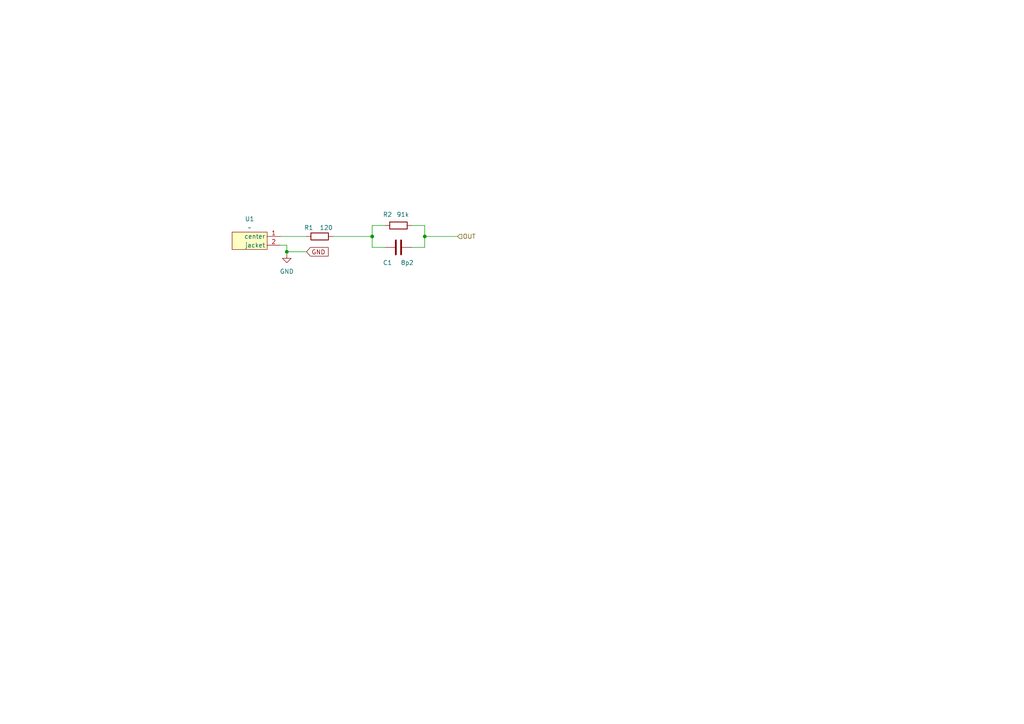
<source format=kicad_sch>
(kicad_sch (version 20221004) (generator eeschema)
  (paper "A4")
  (lib_symbols
    (symbol "Device:C" (pin_numbers hide) (pin_names (offset 0.254))
      (property "Reference" "C" (at 0.635 2.54 0))
      (property "Value" "C" (at 0.635 -2.54 0))
      (symbol "C_0_1"
        (polyline (pts (xy -2.032 -0.762) (xy 2.032 -0.762)) (stroke (width 0.508)))
        (polyline (pts (xy -2.032 0.762) (xy 2.032 0.762)) (stroke (width 0.508)))
      )
      (symbol "C_1_1"
        (pin passive line (at 0 3.81 270) (length 2.794) (name "~") (number "1"))
        (pin passive line (at 0 -3.81 90) (length 2.794) (name "~") (number "2"))
      )
    )
    (symbol "Device:R" (pin_numbers hide) (pin_names (offset 0))
      (property "Reference" "R" (at 2.032 0 90))
      (property "Value" "R" (at 0 0 90))
      (symbol "R_0_1"
        (rectangle (start -1.016 -2.54) (end 1.016 2.54) (stroke (width 0.254)))
      )
      (symbol "R_1_1"
        (pin passive line (at 0 3.81 270) (length 1.27) (name "~") (number "1"))
        (pin passive line (at 0 -3.81 90) (length 1.27) (name "~") (number "2"))
      )
    )
    (symbol "pcie_x1:solver_coax"
      (property "Reference" "U" (at 0 0 0))
      (symbol "solver_coax_0_1"
        (polyline (pts (xy 0 2.54) (xy -10.16 2.54) (xy -10.16 -2.54) (xy 0 -2.54) (xy 0 2.54)) (fill (type background)))
      )
      (symbol "solver_coax_1_1"
        (pin passive line (at 3.81 1.27 180) (length 3.81) (name "center") (number "1"))
        (pin passive line (at 3.81 -1.27 180) (length 3.81) (name "jacket") (number "2"))
      )
    )
    (symbol "power:GND" (power) (pin_names (offset 0))
      (property "Value" "GND" (at 0 -3.81 0))
      (symbol "GND_0_1"
        (polyline (pts (xy 0 0) (xy 0 -1.27) (xy 1.27 -1.27) (xy 0 -2.54) (xy -1.27 -1.27) (xy 0 -1.27)))
      )
      (symbol "GND_1_1"
        (pin power_in line (at 0 0 270) (length 0) hide (name "GND") (number "1"))
      )
    )
  )
  (junction (at 83.185 73.025))
  (junction (at 107.95 68.58))
  (junction (at 123.19 68.58))
  (wire (pts (xy 107.95 65.405) (xy 111.76 65.405)))
  (wire (pts (xy 123.19 65.405) (xy 123.19 68.58)))
  (wire (pts (xy 83.185 73.025) (xy 88.9 73.025)))
  (wire (pts (xy 119.38 71.755) (xy 123.19 71.755)))
  (wire (pts (xy 81.28 71.12) (xy 83.185 71.12)))
  (wire (pts (xy 96.52 68.58) (xy 107.95 68.58)))
  (wire (pts (xy 123.19 71.755) (xy 123.19 68.58)))
  (wire (pts (xy 119.38 65.405) (xy 123.19 65.405)))
  (wire (pts (xy 123.19 68.58) (xy 132.715 68.58)))
  (wire (pts (xy 107.95 65.405) (xy 107.95 68.58)))
  (wire (pts (xy 83.185 73.025) (xy 83.185 73.66)))
  (wire (pts (xy 111.76 71.755) (xy 107.95 71.755)))
  (wire (pts (xy 81.28 68.58) (xy 88.9 68.58)))
  (wire (pts (xy 107.95 71.755) (xy 107.95 68.58)))
  (wire (pts (xy 83.185 71.12) (xy 83.185 73.025)))
  (global_label "GND" (shape input) (at 88.9 73.025 0) (property "Intersheetrefs" "${INTERSHEET_REFS}" (effects hide)))
  (hierarchical_label "OUT" (shape input) (at 132.715 68.58 0))
  (symbol (lib_id "pcie_x1:solver_coax") (at 77.47 69.85 0) (unit 1)
    (property "Reference" "U1" (at 72.39 63.5 0))
    (property "Value" "~" (at 72.39 66.04 0))
    (property "Footprint" "solder_coax:solder_coax" (effects hide))
    (instances (project "siglent-la" (path "" (reference "U1") (unit 1) (value "~") (footprint "solder_coax:solder_coax")) (path "" (reference "U16") (unit 1) (value "~") (footprint "solder_coax:solder_coax")) (path "" (reference "U15") (unit 1) (value "~") (footprint "solder_coax:solder_coax")) (path "" (reference "U14") (unit 1) (value "~") (footprint "solder_coax:solder_coax")) (path "" (reference "U13") (unit 1) (value "~") (footprint "solder_coax:solder_coax")) (path "" (reference "U12") (unit 1) (value "~") (footprint "solder_coax:solder_coax")) (path "" (reference "U11") (unit 1) (value "~") (footprint "solder_coax:solder_coax")) (path "" (reference "U10") (unit 1) (value "~") (footprint "solder_coax:solder_coax")) (path "" (reference "U9") (unit 1) (value "~") (footprint "solder_coax:solder_coax")) (path "" (reference "U8") (unit 1) (value "~") (footprint "solder_coax:solder_coax")) (path "" (reference "U7") (unit 1) (value "~") (footprint "solder_coax:solder_coax")) (path "" (reference "U6") (unit 1) (value "~") (footprint "solder_coax:solder_coax")) (path "" (reference "U5") (unit 1) (value "~") (footprint "solder_coax:solder_coax")) (path "" (reference "U4") (unit 1) (value "~") (footprint "solder_coax:solder_coax")) (path "" (reference "U3") (unit 1) (value "~") (footprint "solder_coax:solder_coax")) (path "" (reference "U2") (unit 1) (value "~") (footprint "solder_coax:solder_coax"))))
  )
  (symbol (lib_id "Device:R") (at 115.57 65.405 90) (unit 1)
    (property "Reference" "R2" (at 112.395 62.23 90))
    (property "Value" "91k" (at 116.84 62.23 90))
    (property "Footprint" "Resistor_SMD:R_0603_1608Metric" (effects hide))
    (instances (project "siglent-la" (path "" (reference "R2") (unit 1) (value "91k") (footprint "Resistor_SMD:R_0603_1608Metric")) (path "" (reference "R32") (unit 1) (value "91k") (footprint "Resistor_SMD:R_0603_1608Metric")) (path "" (reference "R30") (unit 1) (value "91k") (footprint "Resistor_SMD:R_0603_1608Metric")) (path "" (reference "R28") (unit 1) (value "91k") (footprint "Resistor_SMD:R_0603_1608Metric")) (path "" (reference "R26") (unit 1) (value "91k") (footprint "Resistor_SMD:R_0603_1608Metric")) (path "" (reference "R24") (unit 1) (value "91k") (footprint "Resistor_SMD:R_0603_1608Metric")) (path "" (reference "R22") (unit 1) (value "91k") (footprint "Resistor_SMD:R_0603_1608Metric")) (path "" (reference "R20") (unit 1) (value "91k") (footprint "Resistor_SMD:R_0603_1608Metric")) (path "" (reference "R18") (unit 1) (value "91k") (footprint "Resistor_SMD:R_0603_1608Metric")) (path "" (reference "R16") (unit 1) (value "91k") (footprint "Resistor_SMD:R_0603_1608Metric")) (path "" (reference "R14") (unit 1) (value "91k") (footprint "Resistor_SMD:R_0603_1608Metric")) (path "" (reference "R12") (unit 1) (value "91k") (footprint "Resistor_SMD:R_0603_1608Metric")) (path "" (reference "R10") (unit 1) (value "91k") (footprint "Resistor_SMD:R_0603_1608Metric")) (path "" (reference "R8") (unit 1) (value "91k") (footprint "Resistor_SMD:R_0603_1608Metric")) (path "" (reference "R6") (unit 1) (value "91k") (footprint "Resistor_SMD:R_0603_1608Metric")) (path "" (reference "R4") (unit 1) (value "91k") (footprint "Resistor_SMD:R_0603_1608Metric"))))
  )
  (symbol (lib_id "power:GND") (at 83.185 73.66 0) (unit 1)
    (property "Reference" "#PWR018" (effects hide))
    (property "Value" "GND" (at 83.185 78.74 0))
    (instances (project "siglent-la" (path "" (reference "#PWR018") (unit 1) (value "GND") (footprint "")) (path "" (reference "#PWR015") (unit 1) (value "GND") (footprint "")) (path "" (reference "#PWR014") (unit 1) (value "GND") (footprint "")) (path "" (reference "#PWR013") (unit 1) (value "GND") (footprint "")) (path "" (reference "#PWR012") (unit 1) (value "GND") (footprint "")) (path "" (reference "#PWR011") (unit 1) (value "GND") (footprint "")) (path "" (reference "#PWR010") (unit 1) (value "GND") (footprint "")) (path "" (reference "#PWR09") (unit 1) (value "GND") (footprint "")) (path "" (reference "#PWR08") (unit 1) (value "GND") (footprint "")) (path "" (reference "#PWR07") (unit 1) (value "GND") (footprint "")) (path "" (reference "#PWR06") (unit 1) (value "GND") (footprint "")) (path "" (reference "#PWR05") (unit 1) (value "GND") (footprint "")) (path "" (reference "#PWR04") (unit 1) (value "GND") (footprint "")) (path "" (reference "#PWR03") (unit 1) (value "GND") (footprint "")) (path "" (reference "#PWR02") (unit 1) (value "GND") (footprint "")) (path "" (reference "#PWR01") (unit 1) (value "GND") (footprint ""))))
  )
  (symbol (lib_id "Device:R") (at 92.71 68.58 90) (unit 1)
    (property "Reference" "R1" (at 89.535 66.04 90))
    (property "Value" "120" (at 94.615 66.04 90))
    (property "Footprint" "Resistor_SMD:R_0603_1608Metric" (effects hide))
    (instances (project "siglent-la" (path "" (reference "R1") (unit 1) (value "120") (footprint "Resistor_SMD:R_0603_1608Metric")) (path "" (reference "R31") (unit 1) (value "120") (footprint "Resistor_SMD:R_0603_1608Metric")) (path "" (reference "R29") (unit 1) (value "120") (footprint "Resistor_SMD:R_0603_1608Metric")) (path "" (reference "R27") (unit 1) (value "120") (footprint "Resistor_SMD:R_0603_1608Metric")) (path "" (reference "R25") (unit 1) (value "120") (footprint "Resistor_SMD:R_0603_1608Metric")) (path "" (reference "R23") (unit 1) (value "120") (footprint "Resistor_SMD:R_0603_1608Metric")) (path "" (reference "R21") (unit 1) (value "120") (footprint "Resistor_SMD:R_0603_1608Metric")) (path "" (reference "R19") (unit 1) (value "120") (footprint "Resistor_SMD:R_0603_1608Metric")) (path "" (reference "R17") (unit 1) (value "120") (footprint "Resistor_SMD:R_0603_1608Metric")) (path "" (reference "R15") (unit 1) (value "120") (footprint "Resistor_SMD:R_0603_1608Metric")) (path "" (reference "R13") (unit 1) (value "120") (footprint "Resistor_SMD:R_0603_1608Metric")) (path "" (reference "R11") (unit 1) (value "120") (footprint "Resistor_SMD:R_0603_1608Metric")) (path "" (reference "R9") (unit 1) (value "120") (footprint "Resistor_SMD:R_0603_1608Metric")) (path "" (reference "R7") (unit 1) (value "120") (footprint "Resistor_SMD:R_0603_1608Metric")) (path "" (reference "R5") (unit 1) (value "120") (footprint "Resistor_SMD:R_0603_1608Metric")) (path "" (reference "R3") (unit 1) (value "120") (footprint "Resistor_SMD:R_0603_1608Metric"))))
  )
  (symbol (lib_id "Device:C") (at 115.57 71.755 90) (unit 1)
    (property "Reference" "C1" (at 112.395 76.2 90))
    (property "Value" "8p2" (at 118.11 76.2 90))
    (property "Footprint" "Capacitor_SMD:C_0603_1608Metric" (effects hide))
    (instances (project "siglent-la" (path "" (reference "C1") (unit 1) (value "8p2") (footprint "Capacitor_SMD:C_0603_1608Metric")) (path "" (reference "C16") (unit 1) (value "8p2") (footprint "Capacitor_SMD:C_0603_1608Metric")) (path "" (reference "C15") (unit 1) (value "8p2") (footprint "Capacitor_SMD:C_0603_1608Metric")) (path "" (reference "C14") (unit 1) (value "8p2") (footprint "Capacitor_SMD:C_0603_1608Metric")) (path "" (reference "C13") (unit 1) (value "8p2") (footprint "Capacitor_SMD:C_0603_1608Metric")) (path "" (reference "C12") (unit 1) (value "8p2") (footprint "Capacitor_SMD:C_0603_1608Metric")) (path "" (reference "C11") (unit 1) (value "8p2") (footprint "Capacitor_SMD:C_0603_1608Metric")) (path "" (reference "C10") (unit 1) (value "8p2") (footprint "Capacitor_SMD:C_0603_1608Metric")) (path "" (reference "C9") (unit 1) (value "8p2") (footprint "Capacitor_SMD:C_0603_1608Metric")) (path "" (reference "C8") (unit 1) (value "8p2") (footprint "Capacitor_SMD:C_0603_1608Metric")) (path "" (reference "C7") (unit 1) (value "8p2") (footprint "Capacitor_SMD:C_0603_1608Metric")) (path "" (reference "C6") (unit 1) (value "8p2") (footprint "Capacitor_SMD:C_0603_1608Metric")) (path "" (reference "C5") (unit 1) (value "8p2") (footprint "Capacitor_SMD:C_0603_1608Metric")) (path "" (reference "C4") (unit 1) (value "8p2") (footprint "Capacitor_SMD:C_0603_1608Metric")) (path "" (reference "C3") (unit 1) (value "8p2") (footprint "Capacitor_SMD:C_0603_1608Metric")) (path "" (reference "C2") (unit 1) (value "8p2") (footprint "Capacitor_SMD:C_0603_1608Metric"))))
  )
)
</source>
